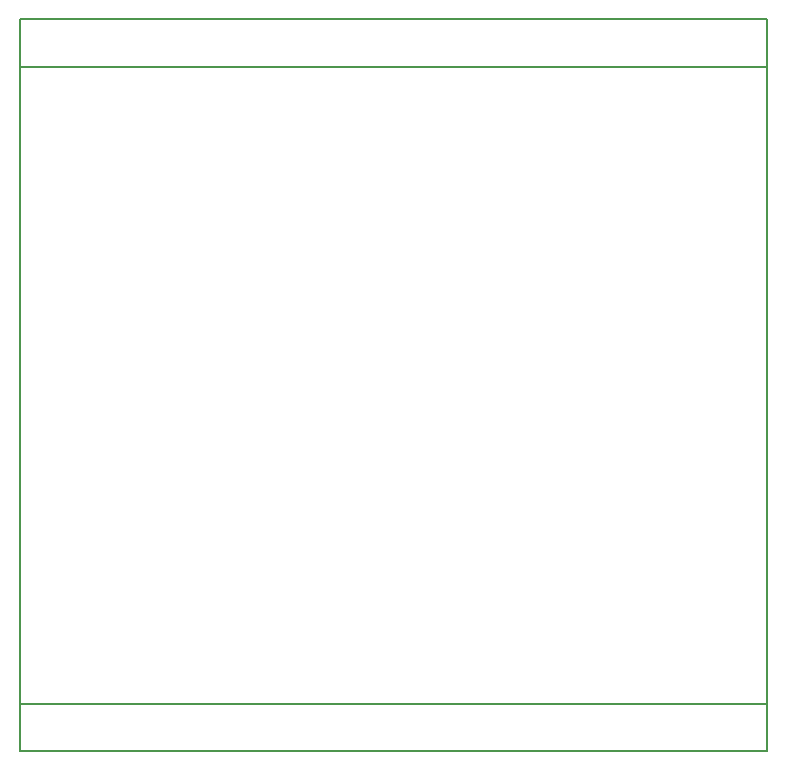
<source format=gko>
G04*
G04 #@! TF.GenerationSoftware,Altium Limited,Altium Designer,18.1.6 (161)*
G04*
G04 Layer_Color=16711935*
%FSLAX44Y44*%
%MOMM*%
G71*
G01*
G75*
%ADD11C,0.1500*%
%ADD97C,0.2000*%
D11*
X286900Y252100D02*
Y871350D01*
X919250D01*
Y252100D02*
Y871350D01*
X286900Y252100D02*
X919250D01*
D97*
X286900Y292100D02*
X919250D01*
X919250Y831350D02*
X919250Y292100D01*
X286900Y831350D02*
X919250D01*
X286900Y292100D02*
Y831350D01*
M02*

</source>
